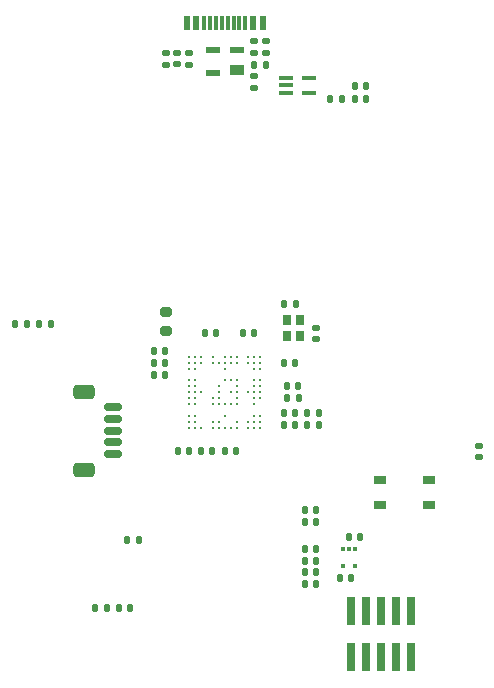
<source format=gbr>
%TF.GenerationSoftware,KiCad,Pcbnew,6.0.7+dfsg-1~bpo11+1*%
%TF.CreationDate,2022-10-07T12:23:40+00:00*%
%TF.ProjectId,redshift,72656473-6869-4667-942e-6b696361645f,0.2*%
%TF.SameCoordinates,Original*%
%TF.FileFunction,Paste,Top*%
%TF.FilePolarity,Positive*%
%FSLAX46Y46*%
G04 Gerber Fmt 4.6, Leading zero omitted, Abs format (unit mm)*
G04 Created by KiCad (PCBNEW 6.0.7+dfsg-1~bpo11+1) date 2022-10-07 12:23:40*
%MOMM*%
%LPD*%
G01*
G04 APERTURE LIST*
G04 Aperture macros list*
%AMRoundRect*
0 Rectangle with rounded corners*
0 $1 Rounding radius*
0 $2 $3 $4 $5 $6 $7 $8 $9 X,Y pos of 4 corners*
0 Add a 4 corners polygon primitive as box body*
4,1,4,$2,$3,$4,$5,$6,$7,$8,$9,$2,$3,0*
0 Add four circle primitives for the rounded corners*
1,1,$1+$1,$2,$3*
1,1,$1+$1,$4,$5*
1,1,$1+$1,$6,$7*
1,1,$1+$1,$8,$9*
0 Add four rect primitives between the rounded corners*
20,1,$1+$1,$2,$3,$4,$5,0*
20,1,$1+$1,$4,$5,$6,$7,0*
20,1,$1+$1,$6,$7,$8,$9,0*
20,1,$1+$1,$8,$9,$2,$3,0*%
G04 Aperture macros list end*
%ADD10RoundRect,0.135000X0.135000X0.185000X-0.135000X0.185000X-0.135000X-0.185000X0.135000X-0.185000X0*%
%ADD11RoundRect,0.147500X0.147500X0.172500X-0.147500X0.172500X-0.147500X-0.172500X0.147500X-0.172500X0*%
%ADD12RoundRect,0.140000X-0.140000X-0.170000X0.140000X-0.170000X0.140000X0.170000X-0.140000X0.170000X0*%
%ADD13RoundRect,0.140000X0.140000X0.170000X-0.140000X0.170000X-0.140000X-0.170000X0.140000X-0.170000X0*%
%ADD14RoundRect,0.140000X-0.170000X0.140000X-0.170000X-0.140000X0.170000X-0.140000X0.170000X0.140000X0*%
%ADD15RoundRect,0.147500X-0.147500X-0.172500X0.147500X-0.172500X0.147500X0.172500X-0.147500X0.172500X0*%
%ADD16R,0.600000X1.150000*%
%ADD17R,0.300000X1.150000*%
%ADD18RoundRect,0.200000X0.275000X-0.200000X0.275000X0.200000X-0.275000X0.200000X-0.275000X-0.200000X0*%
%ADD19R,0.300000X0.450000*%
%ADD20RoundRect,0.140000X0.170000X-0.140000X0.170000X0.140000X-0.170000X0.140000X-0.170000X-0.140000X0*%
%ADD21R,0.800000X0.900000*%
%ADD22R,1.170000X0.400000*%
%ADD23R,1.050000X0.650000*%
%ADD24RoundRect,0.147500X-0.172500X0.147500X-0.172500X-0.147500X0.172500X-0.147500X0.172500X0.147500X0*%
%ADD25RoundRect,0.135000X-0.185000X0.135000X-0.185000X-0.135000X0.185000X-0.135000X0.185000X0.135000X0*%
%ADD26RoundRect,0.135000X-0.135000X-0.185000X0.135000X-0.185000X0.135000X0.185000X-0.135000X0.185000X0*%
%ADD27RoundRect,0.135000X0.185000X-0.135000X0.185000X0.135000X-0.185000X0.135000X-0.185000X-0.135000X0*%
%ADD28RoundRect,0.150000X0.625000X-0.150000X0.625000X0.150000X-0.625000X0.150000X-0.625000X-0.150000X0*%
%ADD29RoundRect,0.250000X0.650000X-0.350000X0.650000X0.350000X-0.650000X0.350000X-0.650000X-0.350000X0*%
%ADD30R,0.740000X2.400000*%
%ADD31R,1.168400X0.889000*%
%ADD32R,1.168400X0.482600*%
%ADD33C,0.240000*%
%ADD34RoundRect,0.147500X0.172500X-0.147500X0.172500X0.147500X-0.172500X0.147500X-0.172500X-0.147500X0*%
G04 APERTURE END LIST*
D10*
%TO.C,R6*%
X145510000Y-95750000D03*
X144490000Y-95750000D03*
%TD*%
D11*
%TO.C,FB1*%
X140985000Y-65250000D03*
X140015000Y-65250000D03*
%TD*%
D12*
%TO.C,C24*%
X142790000Y-93500000D03*
X143750000Y-93500000D03*
%TD*%
D13*
%TO.C,C11*%
X132480000Y-91500000D03*
X131520000Y-91500000D03*
%TD*%
%TO.C,C13*%
X132480000Y-89500000D03*
X131520000Y-89500000D03*
%TD*%
D12*
%TO.C,C10*%
X148520000Y-67100000D03*
X149480000Y-67100000D03*
%TD*%
D14*
%TO.C,C8*%
X140000000Y-66250000D03*
X140000000Y-67210000D03*
%TD*%
D12*
%TO.C,C14*%
X135790000Y-88000000D03*
X136750000Y-88000000D03*
%TD*%
%TO.C,C20*%
X144270000Y-109250000D03*
X145230000Y-109250000D03*
%TD*%
D15*
%TO.C,D3*%
X142520000Y-94750000D03*
X143490000Y-94750000D03*
%TD*%
D16*
%TO.C,J1*%
X140700000Y-61755000D03*
X139900000Y-61755000D03*
D17*
X138750000Y-61755000D03*
X137750000Y-61755000D03*
X137250000Y-61755000D03*
X136250000Y-61755000D03*
D16*
X134300000Y-61755000D03*
X135100000Y-61755000D03*
D17*
X135750000Y-61755000D03*
X136750000Y-61755000D03*
X138250000Y-61755000D03*
X139250000Y-61755000D03*
%TD*%
D18*
%TO.C,L1*%
X132500000Y-87825000D03*
X132500000Y-86175000D03*
%TD*%
D15*
%TO.C,D4*%
X142515000Y-95750000D03*
X143485000Y-95750000D03*
%TD*%
D12*
%TO.C,C2*%
X148020000Y-105250000D03*
X148980000Y-105250000D03*
%TD*%
D19*
%TO.C,U3*%
X148500000Y-106300000D03*
X148000000Y-106300000D03*
X147500000Y-106300000D03*
X147500000Y-107700000D03*
X148500000Y-107700000D03*
%TD*%
D13*
%TO.C,C4*%
X136460000Y-98000000D03*
X135500000Y-98000000D03*
%TD*%
D20*
%TO.C,C15*%
X145250000Y-88480000D03*
X145250000Y-87520000D03*
%TD*%
D10*
%TO.C,R4*%
X122760000Y-87250000D03*
X121740000Y-87250000D03*
%TD*%
D21*
%TO.C,Y1*%
X143850000Y-88250000D03*
X143850000Y-86850000D03*
X142750000Y-86850000D03*
X142750000Y-88250000D03*
%TD*%
D14*
%TO.C,C1*%
X133500000Y-64270000D03*
X133500000Y-65230000D03*
%TD*%
D22*
%TO.C,U2*%
X142730000Y-66350000D03*
X142730000Y-67000000D03*
X142730000Y-67650000D03*
X144670000Y-67650000D03*
X144670000Y-66350000D03*
%TD*%
D12*
%TO.C,C23*%
X142540000Y-85500000D03*
X143500000Y-85500000D03*
%TD*%
%TO.C,C6*%
X142500000Y-90500000D03*
X143460000Y-90500000D03*
%TD*%
D11*
%TO.C,D5*%
X129485000Y-111250000D03*
X128515000Y-111250000D03*
%TD*%
D13*
%TO.C,C12*%
X132480000Y-90500000D03*
X131520000Y-90500000D03*
%TD*%
D23*
%TO.C,SW4*%
X150675000Y-102575000D03*
X154825000Y-102575000D03*
X154825000Y-100425000D03*
X150675000Y-100425000D03*
%TD*%
D12*
%TO.C,C22*%
X144270000Y-106250000D03*
X145230000Y-106250000D03*
%TD*%
D15*
%TO.C,D2*%
X119765000Y-87250000D03*
X120735000Y-87250000D03*
%TD*%
D24*
%TO.C,D7*%
X159000000Y-97515000D03*
X159000000Y-98485000D03*
%TD*%
D12*
%TO.C,C9*%
X139020000Y-88000000D03*
X139980000Y-88000000D03*
%TD*%
D25*
%TO.C,R1*%
X132500000Y-64240000D03*
X132500000Y-65260000D03*
%TD*%
D13*
%TO.C,C3*%
X134480000Y-98000000D03*
X133520000Y-98000000D03*
%TD*%
D26*
%TO.C,R7*%
X126480000Y-111250000D03*
X127500000Y-111250000D03*
%TD*%
D27*
%TO.C,R2*%
X140000000Y-64260000D03*
X140000000Y-63240000D03*
%TD*%
D11*
%TO.C,D6*%
X149485000Y-68200000D03*
X148515000Y-68200000D03*
%TD*%
D13*
%TO.C,C17*%
X145230000Y-103000000D03*
X144270000Y-103000000D03*
%TD*%
D12*
%TO.C,C7*%
X147270000Y-108750000D03*
X148230000Y-108750000D03*
%TD*%
D13*
%TO.C,C5*%
X138460000Y-98000000D03*
X137500000Y-98000000D03*
%TD*%
D12*
%TO.C,C16*%
X142770000Y-92500000D03*
X143730000Y-92500000D03*
%TD*%
D26*
%TO.C,R8*%
X129240000Y-105500000D03*
X130260000Y-105500000D03*
%TD*%
D28*
%TO.C,J2*%
X128075000Y-98250000D03*
X128075000Y-97250000D03*
X128075000Y-96250000D03*
X128075000Y-95250000D03*
X128075000Y-94250000D03*
D29*
X125550000Y-99550000D03*
X125550000Y-92950000D03*
%TD*%
D30*
%TO.C,J4*%
X148210000Y-115450000D03*
X148210000Y-111550000D03*
X149480000Y-115450000D03*
X149480000Y-111550000D03*
X150750000Y-115450000D03*
X150750000Y-111550000D03*
X152020000Y-115450000D03*
X152020000Y-111550000D03*
X153290000Y-115450000D03*
X153290000Y-111550000D03*
%TD*%
D13*
%TO.C,C18*%
X145230000Y-104000000D03*
X144270000Y-104000000D03*
%TD*%
D10*
%TO.C,R5*%
X145520000Y-94750000D03*
X144500000Y-94750000D03*
%TD*%
D31*
%TO.C,D1*%
X138516343Y-65746800D03*
D32*
X138516343Y-64050000D03*
X136484343Y-64049999D03*
X136484343Y-65950001D03*
%TD*%
D33*
%TO.C,IC1*%
X140500000Y-96000000D03*
X140000000Y-96000000D03*
X139500000Y-96000000D03*
X138500000Y-96000000D03*
X138000000Y-96000000D03*
X137500000Y-96000000D03*
X137000000Y-96000000D03*
X136500000Y-96000000D03*
X135500000Y-96000000D03*
X135000000Y-96000000D03*
X134500000Y-96000000D03*
X140500000Y-95500000D03*
X140000000Y-95500000D03*
X139500000Y-95500000D03*
X138500000Y-95500000D03*
X137000000Y-95500000D03*
X136500000Y-95500000D03*
X135000000Y-95500000D03*
X134500000Y-95500000D03*
X140500000Y-95000000D03*
X140000000Y-95000000D03*
X137500000Y-95000000D03*
X135000000Y-95000000D03*
X134500000Y-95000000D03*
X140000000Y-94000000D03*
X138500000Y-94000000D03*
X138000000Y-94000000D03*
X137500000Y-94000000D03*
X137000000Y-94000000D03*
X136500000Y-94000000D03*
X135000000Y-94000000D03*
X134500000Y-94000000D03*
X140500000Y-93500000D03*
X140000000Y-93500000D03*
X138500000Y-93500000D03*
X137000000Y-93500000D03*
X136500000Y-93500000D03*
X135000000Y-93500000D03*
X134500000Y-93500000D03*
X140500000Y-93000000D03*
X140000000Y-93000000D03*
X139500000Y-93000000D03*
X138500000Y-93000000D03*
X138000000Y-93000000D03*
X137000000Y-93000000D03*
X135500000Y-93000000D03*
X135000000Y-93000000D03*
X134500000Y-93000000D03*
X140500000Y-92500000D03*
X140000000Y-92500000D03*
X138500000Y-92500000D03*
X137000000Y-92500000D03*
X135000000Y-92500000D03*
X134500000Y-92500000D03*
X140500000Y-92000000D03*
X140000000Y-92000000D03*
X138500000Y-92000000D03*
X138000000Y-92000000D03*
X137500000Y-92000000D03*
X135000000Y-92000000D03*
X134500000Y-92000000D03*
X140500000Y-91000000D03*
X140000000Y-91000000D03*
X137500000Y-91000000D03*
X135000000Y-91000000D03*
X134500000Y-91000000D03*
X140500000Y-90500000D03*
X140000000Y-90500000D03*
X139500000Y-90500000D03*
X138500000Y-90500000D03*
X138000000Y-90500000D03*
X137500000Y-90500000D03*
X137000000Y-90500000D03*
X136500000Y-90500000D03*
X135500000Y-90500000D03*
X135000000Y-90500000D03*
X134500000Y-90500000D03*
X140500000Y-90000000D03*
X140000000Y-90000000D03*
X139500000Y-90000000D03*
X138500000Y-90000000D03*
X138000000Y-90000000D03*
X137500000Y-90000000D03*
X136500000Y-90000000D03*
X135500000Y-90000000D03*
X135000000Y-90000000D03*
X134500000Y-90000000D03*
%TD*%
D12*
%TO.C,C19*%
X144270000Y-108250000D03*
X145230000Y-108250000D03*
%TD*%
D34*
%TO.C,F1*%
X141000000Y-64235000D03*
X141000000Y-63265000D03*
%TD*%
D26*
%TO.C,R13*%
X146390000Y-68200000D03*
X147410000Y-68200000D03*
%TD*%
D12*
%TO.C,C21*%
X144290000Y-107250000D03*
X145250000Y-107250000D03*
%TD*%
D27*
%TO.C,R3*%
X134500000Y-65260000D03*
X134500000Y-64240000D03*
%TD*%
M02*

</source>
